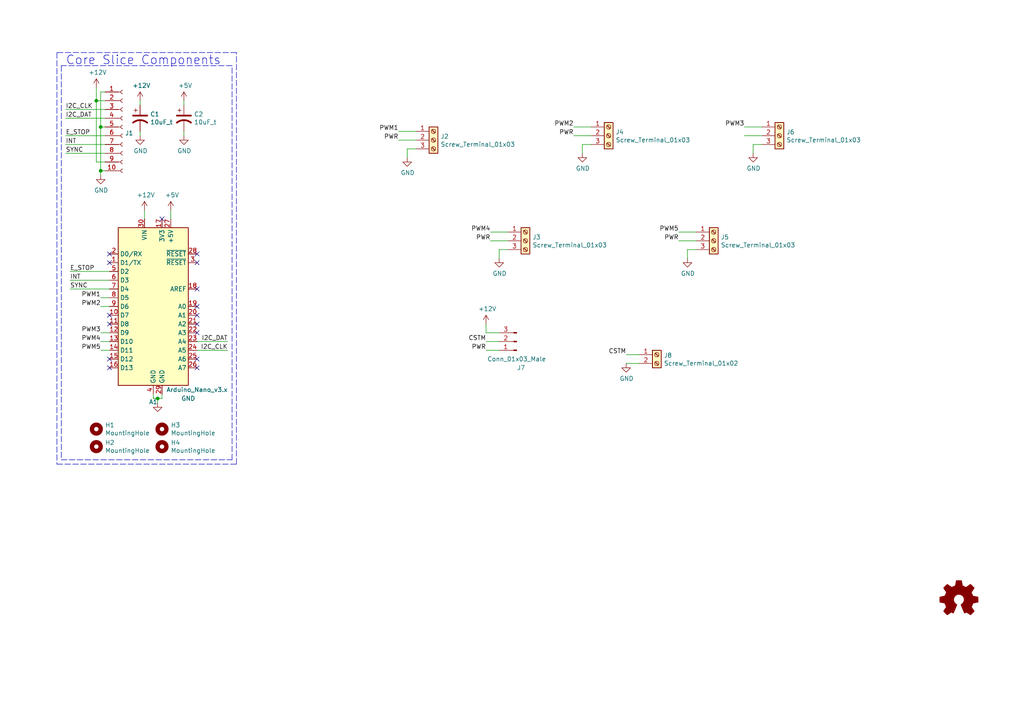
<source format=kicad_sch>
(kicad_sch (version 20231120) (generator "eeschema") (generator_version "8.0")
  (paper "A4")
  (lib_symbols
    (symbol "BREAD_Slice-rescue:+12V-power" (power) (pin_names (offset 0))
      (property "Value" "power_+12V" (at 0 3.556 0))
      (symbol "+12V-power_0_1"
        (polyline (pts (xy -0.762 1.27) (xy 0 2.54)))
        (polyline (pts (xy 0 0) (xy 0 2.54)))
        (polyline (pts (xy 0 2.54) (xy 0.762 1.27)))
      )
      (symbol "+12V-power_1_1"
        (pin power_in line (at 0 0 90) (length 0) hide (name "+12V") (number "1"))
      )
    )
    (symbol "BREAD_Slice-rescue:+5V-power" (power) (pin_names (offset 0))
      (property "Value" "power_+5V" (at 0 3.556 0))
      (symbol "+5V-power_0_1"
        (polyline (pts (xy -0.762 1.27) (xy 0 2.54)))
        (polyline (pts (xy 0 0) (xy 0 2.54)))
        (polyline (pts (xy 0 2.54) (xy 0.762 1.27)))
      )
      (symbol "+5V-power_1_1"
        (pin power_in line (at 0 0 90) (length 0) hide (name "+5V") (number "1"))
      )
    )
    (symbol "BREAD_Slice-rescue:10uF_t-OCI_UPL_2_Capacitors" (pin_numbers hide) (pin_names (offset 0.254) hide)
      (property "Reference" "C" (at 0.635 2.54 0))
      (property "Value" "OCI_UPL_2_Capacitors_10uF_t" (at 0.635 -2.54 0))
      (symbol "10uF_t-OCI_UPL_2_Capacitors_0_1"
        (polyline (pts (xy -2.032 0.762) (xy 2.032 0.762)) (stroke (width 0.508)))
        (polyline (pts (xy -1.778 2.286) (xy -0.762 2.286)))
        (polyline (pts (xy -1.27 1.778) (xy -1.27 2.794)))
        (arc (start 2.032 -1.27) (mid 0 -0.5572) (end -2.032 -1.27) (stroke (width 0.508)))
      )
      (symbol "10uF_t-OCI_UPL_2_Capacitors_1_1"
        (pin passive line (at 0 3.81 270) (length 2.794) (name "~") (number "1"))
        (pin passive line (at 0 -3.81 90) (length 3.302) (name "~") (number "2"))
      )
    )
    (symbol "BREAD_Slice-rescue:Conn_01x03_Male-Connector" (pin_names (offset 1.016) hide)
      (property "Reference" "J" (at 0 5.08 0))
      (property "Value" "Connector_Conn_01x03_Male" (at 0 -5.08 0))
      (symbol "Conn_01x03_Male-Connector_1_1"
        (polyline (pts (xy 1.27 -2.54) (xy 0.8636 -2.54)) (stroke (width 0.1524)))
        (polyline (pts (xy 1.27 0) (xy 0.8636 0)) (stroke (width 0.1524)))
        (polyline (pts (xy 1.27 2.54) (xy 0.8636 2.54)) (stroke (width 0.1524)))
        (rectangle (start 0.8636 -2.413) (end 0 -2.667) (stroke (width 0.1524)) (fill (type outline)))
        (rectangle (start 0.8636 0.127) (end 0 -0.127) (stroke (width 0.1524)) (fill (type outline)))
        (rectangle (start 0.8636 2.667) (end 0 2.413) (stroke (width 0.1524)) (fill (type outline)))
        (pin passive line (at 5.08 2.54 180) (length 3.81) (name "Pin_1") (number "1"))
        (pin passive line (at 5.08 0 180) (length 3.81) (name "Pin_2") (number "2"))
        (pin passive line (at 5.08 -2.54 180) (length 3.81) (name "Pin_3") (number "3"))
      )
    )
    (symbol "BREAD_Slice-rescue:Conn_01x10_Female-Connector" (pin_names (offset 1.016) hide)
      (property "Reference" "J" (at 0 12.7 0))
      (property "Value" "Connector_Conn_01x10_Female" (at 0 -15.24 0))
      (symbol "Conn_01x10_Female-Connector_1_1"
        (arc (start 0 -12.192) (mid -0.508 -12.7) (end 0 -13.208) (stroke (width 0.1524)))
        (arc (start 0 -9.652) (mid -0.508 -10.16) (end 0 -10.668) (stroke (width 0.1524)))
        (arc (start 0 -7.112) (mid -0.508 -7.62) (end 0 -8.128) (stroke (width 0.1524)))
        (arc (start 0 -4.572) (mid -0.508 -5.08) (end 0 -5.588) (stroke (width 0.1524)))
        (arc (start 0 -2.032) (mid -0.508 -2.54) (end 0 -3.048) (stroke (width 0.1524)))
        (polyline (pts (xy -1.27 -12.7) (xy -0.508 -12.7)) (stroke (width 0.1524)))
        (polyline (pts (xy -1.27 -10.16) (xy -0.508 -10.16)) (stroke (width 0.1524)))
        (polyline (pts (xy -1.27 -7.62) (xy -0.508 -7.62)) (stroke (width 0.1524)))
        (polyline (pts (xy -1.27 -5.08) (xy -0.508 -5.08)) (stroke (width 0.1524)))
        (polyline (pts (xy -1.27 -2.54) (xy -0.508 -2.54)) (stroke (width 0.1524)))
        (polyline (pts (xy -1.27 0) (xy -0.508 0)) (stroke (width 0.1524)))
        (polyline (pts (xy -1.27 2.54) (xy -0.508 2.54)) (stroke (width 0.1524)))
        (polyline (pts (xy -1.27 5.08) (xy -0.508 5.08)) (stroke (width 0.1524)))
        (polyline (pts (xy -1.27 7.62) (xy -0.508 7.62)) (stroke (width 0.1524)))
        (polyline (pts (xy -1.27 10.16) (xy -0.508 10.16)) (stroke (width 0.1524)))
        (arc (start 0 0.508) (mid -0.508 0) (end 0 -0.508) (stroke (width 0.1524)))
        (arc (start 0 3.048) (mid -0.508 2.54) (end 0 2.032) (stroke (width 0.1524)))
        (arc (start 0 5.588) (mid -0.508 5.08) (end 0 4.572) (stroke (width 0.1524)))
        (arc (start 0 8.128) (mid -0.508 7.62) (end 0 7.112) (stroke (width 0.1524)))
        (arc (start 0 10.668) (mid -0.508 10.16) (end 0 9.652) (stroke (width 0.1524)))
        (pin passive line (at -5.08 10.16 0) (length 3.81) (name "Pin_1") (number "1"))
        (pin passive line (at -5.08 -12.7 0) (length 3.81) (name "Pin_10") (number "10"))
        (pin passive line (at -5.08 7.62 0) (length 3.81) (name "Pin_2") (number "2"))
        (pin passive line (at -5.08 5.08 0) (length 3.81) (name "Pin_3") (number "3"))
        (pin passive line (at -5.08 2.54 0) (length 3.81) (name "Pin_4") (number "4"))
        (pin passive line (at -5.08 0 0) (length 3.81) (name "Pin_5") (number "5"))
        (pin passive line (at -5.08 -2.54 0) (length 3.81) (name "Pin_6") (number "6"))
        (pin passive line (at -5.08 -5.08 0) (length 3.81) (name "Pin_7") (number "7"))
        (pin passive line (at -5.08 -7.62 0) (length 3.81) (name "Pin_8") (number "8"))
        (pin passive line (at -5.08 -10.16 0) (length 3.81) (name "Pin_9") (number "9"))
      )
    )
    (symbol "BREAD_Slice-rescue:GND-power" (power) (pin_names (offset 0))
      (property "Value" "power_GND" (at 0 -3.81 0))
      (symbol "GND-power_0_1"
        (polyline (pts (xy 0 0) (xy 0 -1.27) (xy 1.27 -1.27) (xy 0 -2.54) (xy -1.27 -1.27) (xy 0 -1.27)))
      )
      (symbol "GND-power_1_1"
        (pin power_in line (at 0 0 270) (length 0) hide (name "GND") (number "1"))
      )
    )
    (symbol "Connector:Screw_Terminal_01x02" (pin_names (offset 1.016) hide)
      (property "Reference" "J" (at 0 2.54 0))
      (property "Value" "Screw_Terminal_01x02" (at 0 -5.08 0))
      (symbol "Screw_Terminal_01x02_1_1"
        (rectangle (start -1.27 1.27) (end 1.27 -3.81) (stroke (width 0.254)) (fill (type background)))
        (circle (center 0 -2.54) (radius 0.635) (stroke (width 0.1524)))
        (polyline (pts (xy -0.5334 -2.2098) (xy 0.3302 -3.048)) (stroke (width 0.1524)))
        (polyline (pts (xy -0.5334 0.3302) (xy 0.3302 -0.508)) (stroke (width 0.1524)))
        (polyline (pts (xy -0.3556 -2.032) (xy 0.508 -2.8702)) (stroke (width 0.1524)))
        (polyline (pts (xy -0.3556 0.508) (xy 0.508 -0.3302)) (stroke (width 0.1524)))
        (circle (center 0 0) (radius 0.635) (stroke (width 0.1524)))
        (pin passive line (at -5.08 0 0) (length 3.81) (name "Pin_1") (number "1"))
        (pin passive line (at -5.08 -2.54 0) (length 3.81) (name "Pin_2") (number "2"))
      )
    )
    (symbol "Connector:Screw_Terminal_01x03" (pin_names (offset 1.016) hide)
      (property "Reference" "J" (at 0 5.08 0))
      (property "Value" "Screw_Terminal_01x03" (at 0 -5.08 0))
      (symbol "Screw_Terminal_01x03_1_1"
        (rectangle (start -1.27 3.81) (end 1.27 -3.81) (stroke (width 0.254)) (fill (type background)))
        (circle (center 0 -2.54) (radius 0.635) (stroke (width 0.1524)))
        (polyline (pts (xy -0.5334 -2.2098) (xy 0.3302 -3.048)) (stroke (width 0.1524)))
        (polyline (pts (xy -0.5334 0.3302) (xy 0.3302 -0.508)) (stroke (width 0.1524)))
        (polyline (pts (xy -0.5334 2.8702) (xy 0.3302 2.032)) (stroke (width 0.1524)))
        (polyline (pts (xy -0.3556 -2.032) (xy 0.508 -2.8702)) (stroke (width 0.1524)))
        (polyline (pts (xy -0.3556 0.508) (xy 0.508 -0.3302)) (stroke (width 0.1524)))
        (polyline (pts (xy -0.3556 3.048) (xy 0.508 2.2098)) (stroke (width 0.1524)))
        (circle (center 0 0) (radius 0.635) (stroke (width 0.1524)))
        (circle (center 0 2.54) (radius 0.635) (stroke (width 0.1524)))
        (pin passive line (at -5.08 2.54 0) (length 3.81) (name "Pin_1") (number "1"))
        (pin passive line (at -5.08 0 0) (length 3.81) (name "Pin_2") (number "2"))
        (pin passive line (at -5.08 -2.54 0) (length 3.81) (name "Pin_3") (number "3"))
      )
    )
    (symbol "Graphic:Logo_Open_Hardware_Small" (in_bom no) (on_board no)
      (symbol "Logo_Open_Hardware_Small_0_1"
        (polyline (pts (xy 3.3528 -4.3434) (xy 3.302 -4.318) (xy 3.175 -4.2418) (xy 2.9972 -4.1148) (xy 2.7686 -3.9624) (xy 2.54 -3.81) (xy 2.3622 -3.7084) (xy 2.2352 -3.6068) (xy 2.1844 -3.5814) (xy 2.159 -3.6068) (xy 2.0574 -3.6576) (xy 1.905 -3.7338) (xy 1.8034 -3.7846) (xy 1.6764 -3.8354) (xy 1.6002 -3.8354) (xy 1.6002 -3.8354) (xy 1.5494 -3.7338) (xy 1.4732 -3.5306) (xy 1.3462 -3.302) (xy 1.2446 -3.0226) (xy 1.1176 -2.7178) (xy 0.9652 -2.413) (xy 0.8636 -2.1082) (xy 0.7366 -1.8288) (xy 0.6604 -1.6256) (xy 0.6096 -1.4732) (xy 0.5842 -1.397) (xy 0.5842 -1.397) (xy 0.6604 -1.3208) (xy 0.7874 -1.2446) (xy 1.0414 -1.016) (xy 1.2954 -0.6858) (xy 1.4478 -0.3302) (xy 1.524 0.0762) (xy 1.4732 0.4572) (xy 1.3208 0.8128) (xy 1.0668 1.143) (xy 0.762 1.3716) (xy 0.4064 1.524) (xy 0 1.5748) (xy -0.381 1.5494) (xy -0.7366 1.397) (xy -1.0668 1.143) (xy -1.2192 0.9906) (xy -1.397 0.6604) (xy -1.524 0.3048) (xy -1.524 0.2286) (xy -1.4986 -0.1778) (xy -1.397 -0.5334) (xy -1.1938 -0.8636) (xy -0.9144 -1.143) (xy -0.8636 -1.1684) (xy -0.7366 -1.27) (xy -0.635 -1.3462) (xy -0.5842 -1.397) (xy -1.0668 -2.5908) (xy -1.143 -2.794) (xy -1.2954 -3.1242) (xy -1.397 -3.4036) (xy -1.4986 -3.6322) (xy -1.5748 -3.7846) (xy -1.6002 -3.8354) (xy -1.6002 -3.8354) (xy -1.651 -3.8354) (xy -1.7272 -3.81) (xy -1.905 -3.7338) (xy -2.0066 -3.683) (xy -2.1336 -3.6068) (xy -2.2098 -3.5814) (xy -2.2606 -3.6068) (xy -2.3622 -3.683) (xy -2.54 -3.81) (xy -2.7686 -3.9624) (xy -2.9718 -4.0894) (xy -3.1496 -4.2164) (xy -3.302 -4.318) (xy -3.3528 -4.3434) (xy -3.3782 -4.3434) (xy -3.429 -4.318) (xy -3.5306 -4.2164) (xy -3.7084 -4.064) (xy -3.937 -3.8354) (xy -3.9624 -3.81) (xy -4.1656 -3.6068) (xy -4.318 -3.4544) (xy -4.4196 -3.3274) (xy -4.445 -3.2766) (xy -4.445 -3.2766) (xy -4.4196 -3.2258) (xy -4.318 -3.0734) (xy -4.2164 -2.8956) (xy -4.064 -2.667) (xy -3.6576 -2.0828) (xy -3.8862 -1.5494) (xy -3.937 -1.3716) (xy -4.0386 -1.1684) (xy -4.0894 -1.0414) (xy -4.1148 -0.9652) (xy -4.191 -0.9398) (xy -4.318 -0.9144) (xy -4.5466 -0.8636) (xy -4.8006 -0.8128) (xy -5.0546 -0.7874) (xy -5.2578 -0.7366) (xy -5.4356 -0.7112) (xy -5.5118 -0.6858) (xy -5.5118 -0.6858) (xy -5.5372 -0.635) (xy -5.5372 -0.5588) (xy -5.5372 -0.4318) (xy -5.5626 -0.2286) (xy -5.5626 0.0762) (xy -5.5626 0.127) (xy -5.5372 0.4064) (xy -5.5372 0.635) (xy -5.5372 0.762) (xy -5.5372 0.8382) (xy -5.5372 0.8382) (xy -5.461 0.8382) (xy -5.3086 0.889) (xy -5.08 0.9144) (xy -4.826 0.9652) (xy -4.8006 0.9906) (xy -4.5466 1.0414) (xy -4.318 1.0668) (xy -4.1656 1.1176) (xy -4.0894 1.143) (xy -4.0894 1.143) (xy -4.0386 1.2446) (xy -3.9624 1.4224) (xy -3.8608 1.6256) (xy -3.7846 1.8288) (xy -3.7084 2.0066) (xy -3.6576 2.159) (xy -3.6322 2.2098) (xy -3.6322 2.2098) (xy -3.683 2.286) (xy -3.7592 2.413) (xy -3.8862 2.5908) (xy -4.064 2.8194) (xy -4.064 2.8448) (xy -4.2164 3.0734) (xy -4.3434 3.2512) (xy -4.4196 3.3782) (xy -4.445 3.4544) (xy -4.445 3.4544) (xy -4.3942 3.5052) (xy -4.2926 3.6322) (xy -4.1148 3.81) (xy -3.937 4.0132) (xy -3.8608 4.064) (xy -3.6576 4.2926) (xy -3.5052 4.4196) (xy -3.4036 4.4958) (xy -3.3528 4.5212) (xy -3.3528 4.5212) (xy -3.302 4.4704) (xy -3.1496 4.3688) (xy -2.9718 4.2418) (xy -2.7432 4.0894) (xy -2.7178 4.0894) (xy -2.4892 3.937) (xy -2.3114 3.81) (xy -2.1844 3.7084) (xy -2.1336 3.683) (xy -2.1082 3.683) (xy -2.032 3.7084) (xy -1.8542 3.7592) (xy -1.6764 3.8354) (xy -1.4732 3.937) (xy -1.27 4.0132) (xy -1.143 4.064) (xy -1.0668 4.1148) (xy -1.0668 4.1148) (xy -1.0414 4.191) (xy -1.016 4.3434) (xy -0.9652 4.572) (xy -0.9144 4.8514) (xy -0.889 4.9022) (xy -0.8382 5.1562) (xy -0.8128 5.3848) (xy -0.7874 5.5372) (xy -0.762 5.588) (xy -0.7112 5.6134) (xy -0.5842 5.6134) (xy -0.4064 5.6134) (xy -0.1524 5.6134) (xy 0.0762 5.6134) (xy 0.3302 5.6134) (xy 0.5334 5.6134) (xy 0.6858 5.588) (xy 0.7366 5.588) (xy 0.7366 5.588) (xy 0.762 5.5118) (xy 0.8128 5.334) (xy 0.8382 5.1054) (xy 0.9144 4.826) (xy 0.9144 4.7752) (xy 0.9652 4.5212) (xy 1.016 4.2926) (xy 1.0414 4.1402) (xy 1.0668 4.0894) (xy 1.0668 4.0894) (xy 1.1938 4.0386) (xy 1.3716 3.9624) (xy 1.5748 3.8608) (xy 2.0828 3.6576) (xy 2.7178 4.0894) (xy 2.7686 4.1402) (xy 2.9972 4.2926) (xy 3.175 4.4196) (xy 3.302 4.4958) (xy 3.3782 4.5212) (xy 3.3782 4.5212) (xy 3.429 4.4704) (xy 3.556 4.3434) (xy 3.7338 4.191) (xy 3.9116 3.9878) (xy 4.064 3.8354) (xy 4.2418 3.6576) (xy 4.3434 3.556) (xy 4.4196 3.4798) (xy 4.4196 3.429) (xy 4.4196 3.4036) (xy 4.3942 3.3274) (xy 4.2926 3.2004) (xy 4.1656 2.9972) (xy 4.0132 2.794) (xy 3.8862 2.5908) (xy 3.7592 2.3876) (xy 3.6576 2.2352) (xy 3.6322 2.159) (xy 3.6322 2.1336) (xy 3.683 2.0066) (xy 3.7592 1.8288) (xy 3.8608 1.6002) (xy 4.064 1.1176) (xy 4.3942 1.0414) (xy 4.5974 1.016) (xy 4.8768 0.9652) (xy 5.1308 0.9144) (xy 5.5372 0.8382) (xy 5.5626 -0.6604) (xy 5.4864 -0.6858) (xy 5.4356 -0.6858) (xy 5.2832 -0.7366) (xy 5.0546 -0.762) (xy 4.8006 -0.8128) (xy 4.5974 -0.8636) (xy 4.3688 -0.9144) (xy 4.2164 -0.9398) (xy 4.1402 -0.9398) (xy 4.1148 -0.9652) (xy 4.064 -1.0668) (xy 3.9878 -1.2446) (xy 3.9116 -1.4478) (xy 3.81 -1.651) (xy 3.7338 -1.8542) (xy 3.683 -2.0066) (xy 3.6576 -2.0828) (xy 3.683 -2.1336) (xy 3.7846 -2.2606) (xy 3.8862 -2.4638) (xy 4.0386 -2.667) (xy 4.191 -2.8956) (xy 4.318 -3.0734) (xy 4.3942 -3.2004) (xy 4.445 -3.2766) (xy 4.4196 -3.3274) (xy 4.3434 -3.429) (xy 4.1656 -3.5814) (xy 3.937 -3.8354) (xy 3.8862 -3.8608) (xy 3.683 -4.064) (xy 3.5306 -4.2164) (xy 3.4036 -4.318) (xy 3.3528 -4.3434)) (fill (type outline)))
      )
    )
    (symbol "MCU_Module:Arduino_Nano_v3.x"
      (property "Reference" "A" (at -10.16 23.495 0))
      (property "Value" "Arduino_Nano_v3.x" (at 5.08 -24.13 0))
      (symbol "Arduino_Nano_v3.x_0_1"
        (rectangle (start -10.16 22.86) (end 10.16 -22.86) (stroke (width 0.254)) (fill (type background)))
      )
      (symbol "Arduino_Nano_v3.x_1_1"
        (pin bidirectional line (at -12.7 12.7 0) (length 2.54) (name "D1/TX") (number "1"))
        (pin bidirectional line (at -12.7 -2.54 0) (length 2.54) (name "D7") (number "10"))
        (pin bidirectional line (at -12.7 -5.08 0) (length 2.54) (name "D8") (number "11"))
        (pin bidirectional line (at -12.7 -7.62 0) (length 2.54) (name "D9") (number "12"))
        (pin bidirectional line (at -12.7 -10.16 0) (length 2.54) (name "D10") (number "13"))
        (pin bidirectional line (at -12.7 -12.7 0) (length 2.54) (name "D11") (number "14"))
        (pin bidirectional line (at -12.7 -15.24 0) (length 2.54) (name "D12") (number "15"))
        (pin bidirectional line (at -12.7 -17.78 0) (length 2.54) (name "D13") (number "16"))
        (pin power_out line (at 2.54 25.4 270) (length 2.54) (name "3V3") (number "17"))
        (pin input line (at 12.7 5.08 180) (length 2.54) (name "AREF") (number "18"))
        (pin bidirectional line (at 12.7 0 180) (length 2.54) (name "A0") (number "19"))
        (pin bidirectional line (at -12.7 15.24 0) (length 2.54) (name "D0/RX") (number "2"))
        (pin bidirectional line (at 12.7 -2.54 180) (length 2.54) (name "A1") (number "20"))
        (pin bidirectional line (at 12.7 -5.08 180) (length 2.54) (name "A2") (number "21"))
        (pin bidirectional line (at 12.7 -7.62 180) (length 2.54) (name "A3") (number "22"))
        (pin bidirectional line (at 12.7 -10.16 180) (length 2.54) (name "A4") (number "23"))
        (pin bidirectional line (at 12.7 -12.7 180) (length 2.54) (name "A5") (number "24"))
        (pin bidirectional line (at 12.7 -15.24 180) (length 2.54) (name "A6") (number "25"))
        (pin bidirectional line (at 12.7 -17.78 180) (length 2.54) (name "A7") (number "26"))
        (pin power_out line (at 5.08 25.4 270) (length 2.54) (name "+5V") (number "27"))
        (pin input line (at 12.7 15.24 180) (length 2.54) (name "~{RESET}") (number "28"))
        (pin power_in line (at 2.54 -25.4 90) (length 2.54) (name "GND") (number "29"))
        (pin input line (at 12.7 12.7 180) (length 2.54) (name "~{RESET}") (number "3"))
        (pin power_in line (at -2.54 25.4 270) (length 2.54) (name "VIN") (number "30"))
        (pin power_in line (at 0 -25.4 90) (length 2.54) (name "GND") (number "4"))
        (pin bidirectional line (at -12.7 10.16 0) (length 2.54) (name "D2") (number "5"))
        (pin bidirectional line (at -12.7 7.62 0) (length 2.54) (name "D3") (number "6"))
        (pin bidirectional line (at -12.7 5.08 0) (length 2.54) (name "D4") (number "7"))
        (pin bidirectional line (at -12.7 2.54 0) (length 2.54) (name "D5") (number "8"))
        (pin bidirectional line (at -12.7 0 0) (length 2.54) (name "D6") (number "9"))
      )
    )
    (symbol "Mechanical:MountingHole" (pin_names (offset 1.016)) (exclude_from_sim yes) (in_bom no)
      (property "Reference" "H" (at 0 5.08 0))
      (property "Value" "MountingHole" (at 0 3.175 0))
      (symbol "MountingHole_0_1"
        (circle (center 0 0) (radius 1.27) (stroke (width 1.27)))
      )
    )
  )
  (junction (at 27.94 29.21))
  (junction (at 45.72 115.57))
  (junction (at 29.21 36.83))
  (junction (at 29.21 49.53))
  (no_connect (at 46.99 63.5))
  (no_connect (at 57.15 91.44))
  (no_connect (at 31.75 104.14))
  (no_connect (at 57.15 76.2))
  (no_connect (at 57.15 96.52))
  (no_connect (at 31.75 106.68))
  (no_connect (at 31.75 93.98))
  (no_connect (at 57.15 106.68))
  (no_connect (at 31.75 91.44))
  (no_connect (at 57.15 83.82))
  (no_connect (at 57.15 88.9))
  (no_connect (at 31.75 73.66))
  (no_connect (at 57.15 93.98))
  (no_connect (at 57.15 73.66))
  (no_connect (at 57.15 104.14))
  (no_connect (at 31.75 76.2))
  (wire (pts (xy 144.78 101.6) (xy 140.97 101.6)))
  (wire (pts (xy 220.98 41.91) (xy 218.44 41.91)))
  (wire (pts (xy 118.11 43.18) (xy 118.11 45.72)))
  (wire (pts (xy 171.45 39.37) (xy 166.37 39.37)))
  (wire (pts (xy 27.94 25.4) (xy 27.94 29.21)))
  (wire (pts (xy 40.64 30.48) (xy 40.64 29.21)))
  (polyline (pts (xy 67.31 19.05) (xy 17.78 19.05)) (stroke (width 0) (type dash)))
  (wire (pts (xy 171.45 41.91) (xy 168.91 41.91)))
  (wire (pts (xy 30.48 39.37) (xy 19.05 39.37)))
  (wire (pts (xy 29.21 101.6) (xy 31.75 101.6)))
  (wire (pts (xy 27.94 29.21) (xy 30.48 29.21)))
  (wire (pts (xy 66.04 99.06) (xy 57.15 99.06)))
  (wire (pts (xy 30.48 46.99) (xy 27.94 46.99)))
  (wire (pts (xy 168.91 41.91) (xy 168.91 44.45)))
  (wire (pts (xy 40.64 39.37) (xy 40.64 38.1)))
  (wire (pts (xy 220.98 39.37) (xy 215.9 39.37)))
  (wire (pts (xy 31.75 78.74) (xy 20.32 78.74)))
  (polyline (pts (xy 68.58 15.24) (xy 16.51 15.24)) (stroke (width 0) (type dash)))
  (wire (pts (xy 45.72 115.57) (xy 46.99 115.57)))
  (wire (pts (xy 120.65 38.1) (xy 115.57 38.1)))
  (wire (pts (xy 201.93 69.85) (xy 196.85 69.85)))
  (wire (pts (xy 20.32 81.28) (xy 31.75 81.28)))
  (wire (pts (xy 171.45 36.83) (xy 166.37 36.83)))
  (wire (pts (xy 218.44 41.91) (xy 218.44 44.45)))
  (wire (pts (xy 147.32 72.39) (xy 144.78 72.39)))
  (wire (pts (xy 30.48 36.83) (xy 29.21 36.83)))
  (wire (pts (xy 140.97 96.52) (xy 140.97 93.98)))
  (wire (pts (xy 49.53 60.96) (xy 49.53 63.5)))
  (polyline (pts (xy 68.58 134.62) (xy 68.58 15.24)) (stroke (width 0) (type dash)))
  (wire (pts (xy 201.93 72.39) (xy 199.39 72.39)))
  (wire (pts (xy 30.48 49.53) (xy 29.21 49.53)))
  (wire (pts (xy 147.32 69.85) (xy 142.24 69.85)))
  (wire (pts (xy 29.21 86.36) (xy 31.75 86.36)))
  (wire (pts (xy 46.99 115.57) (xy 46.99 114.3)))
  (wire (pts (xy 120.65 40.64) (xy 115.57 40.64)))
  (polyline (pts (xy 16.51 134.62) (xy 68.58 134.62)) (stroke (width 0) (type dash)))
  (polyline (pts (xy 16.51 15.24) (xy 16.51 134.62)) (stroke (width 0) (type dash)))
  (wire (pts (xy 41.91 60.96) (xy 41.91 63.5)))
  (wire (pts (xy 147.32 67.31) (xy 142.24 67.31)))
  (wire (pts (xy 29.21 49.53) (xy 29.21 36.83)))
  (wire (pts (xy 220.98 36.83) (xy 215.9 36.83)))
  (wire (pts (xy 53.34 39.37) (xy 53.34 38.1)))
  (wire (pts (xy 44.45 115.57) (xy 45.72 115.57)))
  (polyline (pts (xy 17.78 19.05) (xy 17.78 133.35)) (stroke (width 0) (type dash)))
  (wire (pts (xy 201.93 67.31) (xy 196.85 67.31)))
  (wire (pts (xy 19.05 41.91) (xy 30.48 41.91)))
  (polyline (pts (xy 67.31 133.35) (xy 67.31 19.05)) (stroke (width 0) (type dash)))
  (wire (pts (xy 45.72 115.57) (xy 45.72 116.84)))
  (wire (pts (xy 29.21 50.8) (xy 29.21 49.53)))
  (wire (pts (xy 53.34 30.48) (xy 53.34 29.21)))
  (wire (pts (xy 19.05 44.45) (xy 30.48 44.45)))
  (wire (pts (xy 120.65 43.18) (xy 118.11 43.18)))
  (wire (pts (xy 29.21 96.52) (xy 31.75 96.52)))
  (wire (pts (xy 144.78 72.39) (xy 144.78 74.93)))
  (wire (pts (xy 199.39 72.39) (xy 199.39 74.93)))
  (wire (pts (xy 29.21 36.83) (xy 29.21 26.67)))
  (wire (pts (xy 144.78 96.52) (xy 140.97 96.52)))
  (wire (pts (xy 29.21 99.06) (xy 31.75 99.06)))
  (wire (pts (xy 20.32 83.82) (xy 31.75 83.82)))
  (wire (pts (xy 185.42 102.87) (xy 181.61 102.87)))
  (wire (pts (xy 27.94 46.99) (xy 27.94 29.21)))
  (wire (pts (xy 19.05 34.29) (xy 30.48 34.29)))
  (wire (pts (xy 44.45 114.3) (xy 44.45 115.57)))
  (wire (pts (xy 185.42 105.41) (xy 181.61 105.41)))
  (polyline (pts (xy 17.78 133.35) (xy 67.31 133.35)) (stroke (width 0) (type dash)))
  (wire (pts (xy 30.48 31.75) (xy 19.05 31.75)))
  (wire (pts (xy 29.21 26.67) (xy 30.48 26.67)))
  (wire (pts (xy 57.15 101.6) (xy 66.04 101.6)))
  (wire (pts (xy 144.78 99.06) (xy 140.97 99.06)))
  (wire (pts (xy 29.21 88.9) (xy 31.75 88.9)))
  (text "Core Slice Components" (at 19.05 19.05 0) (effects (font (size 2.54 2.54)) (justify left bottom)))
  (label "E_STOP" (at 19.05 39.37 0))
  (label "PWM1" (at 115.57 38.1 180))
  (label "CSTM" (at 140.97 99.06 180))
  (label "CSTM" (at 181.61 102.87 180))
  (label "PWM4" (at 29.21 99.06 180))
  (label "SYNC" (at 19.05 44.45 0))
  (label "I2C_CLK" (at 19.05 31.75 0))
  (label "PWR" (at 142.24 69.85 180))
  (label "PWM3" (at 29.21 96.52 180))
  (label "PWM2" (at 29.21 88.9 180))
  (label "PWR" (at 166.37 39.37 180))
  (label "PWM3" (at 215.9 36.83 180))
  (label "PWR" (at 140.97 101.6 180))
  (label "PWR" (at 196.85 69.85 180))
  (label "PWM5" (at 29.21 101.6 180))
  (label "SYNC" (at 20.32 83.82 0))
  (label "I2C_DAT" (at 66.04 99.06 180))
  (label "I2C_CLK" (at 66.04 101.6 180))
  (label "PWM5" (at 196.85 67.31 180))
  (label "PWM1" (at 29.21 86.36 180))
  (label "INT" (at 19.05 41.91 0))
  (label "E_STOP" (at 20.32 78.74 0))
  (label "PWM2" (at 166.37 36.83 180))
  (label "PWM4" (at 142.24 67.31 180))
  (label "I2C_DAT" (at 19.05 34.29 0))
  (label "INT" (at 20.32 81.28 0))
  (label "PWR" (at 115.57 40.64 180))
  (symbol (lib_id "BREAD_Slice-rescue:GND-power") (at 45.72 116.84 0) (unit 1)
    (property "Reference" "#PWR06" (effects (hide yes)))
    (property "Value" "GND" (at 54.61 115.57 0))
  )
  (symbol (lib_id "BREAD_Slice-rescue:+5V-power") (at 49.53 60.96 0) (unit 1)
    (property "Reference" "#PWR07" (effects (hide yes)))
    (property "Value" "+5V" (at 49.911 56.5658 0))
  )
  (symbol (lib_id "BREAD_Slice-rescue:+12V-power") (at 41.91 60.96 0) (unit 1)
    (property "Reference" "#PWR05" (effects (hide yes)))
    (property "Value" "+12V" (at 42.291 56.5658 0))
  )
  (symbol (lib_id "BREAD_Slice-rescue:10uF_t-OCI_UPL_2_Capacitors") (at 40.64 34.29 0) (unit 1)
    (property "Reference" "C1" (at 43.561 33.1216 0) (effects (justify left)))
    (property "Value" "10uF_t" (at 43.561 35.433 0) (effects (justify left)))
    (property "Footprint" "OCI_UPL_FOOTPRINTS:C_2312" (effects (hide yes)))
    (property "Datasheet" "https://www.digikey.com/short/qcd8n7" (effects (hide yes)))
    (property "Part #" "T491C106K025AT" (effects (hide yes)))
    (property "UPL #" "2.021" (effects (hide yes)))
  )
  (symbol (lib_id "BREAD_Slice-rescue:GND-power") (at 40.64 39.37 0) (unit 1)
    (property "Reference" "#PWR04" (effects (hide yes)))
    (property "Value" "GND" (at 40.767 43.7642 0))
  )
  (symbol (lib_id "Mechanical:MountingHole") (at 27.94 124.46 0) (unit 1)
    (property "Reference" "H1" (at 30.48 123.2916 0) (effects (justify left)))
    (property "Value" "MountingHole" (at 30.48 125.603 0) (effects (justify left)))
    (property "Footprint" "MountingHole:MountingHole_3.2mm_M3_DIN965_Pad" (effects (hide yes)))
  )
  (symbol (lib_id "Mechanical:MountingHole") (at 46.99 124.46 0) (unit 1)
    (property "Reference" "H3" (at 49.53 123.2916 0) (effects (justify left)))
    (property "Value" "MountingHole" (at 49.53 125.603 0) (effects (justify left)))
    (property "Footprint" "MountingHole:MountingHole_3.2mm_M3_DIN965_Pad" (effects (hide yes)))
  )
  (symbol (lib_id "Mechanical:MountingHole") (at 27.94 129.54 0) (unit 1)
    (property "Reference" "H2" (at 30.48 128.3716 0) (effects (justify left)))
    (property "Value" "MountingHole" (at 30.48 130.683 0) (effects (justify left)))
    (property "Footprint" "MountingHole:MountingHole_3.2mm_M3_DIN965_Pad" (effects (hide yes)))
  )
  (symbol (lib_id "Mechanical:MountingHole") (at 46.99 129.54 0) (unit 1)
    (property "Reference" "H4" (at 49.53 128.3716 0) (effects (justify left)))
    (property "Value" "MountingHole" (at 49.53 130.683 0) (effects (justify left)))
    (property "Footprint" "MountingHole:MountingHole_3.2mm_M3_DIN965_Pad" (effects (hide yes)))
  )
  (symbol (lib_id "MCU_Module:Arduino_Nano_v3.x") (at 44.45 88.9 0) (unit 1)
    (property "Reference" "A1" (at 44.45 116.5606 0))
    (property "Value" "Arduino_Nano_v3.x" (at 57.15 113.03 0))
    (property "Footprint" "Module:Arduino_Nano" (effects (hide yes)))
    (property "Datasheet" "http://www.mouser.com/pdfdocs/Gravitech_Arduino_Nano3_0.pdf" (effects (hide yes)))
  )
  (symbol (lib_id "Graphic:Logo_Open_Hardware_Small") (at 278.13 173.99 0) (unit 1)
    (property "Reference" "Logo1" (effects (hide yes)))
    (property "Value" "Logo_Open_Hardware_Small" (effects (hide yes)))
    (property "Footprint" "Symbol:OSHW-Symbol_6.7x6mm_SilkScreen" (effects (hide yes)))
  )
  (symbol (lib_id "BREAD_Slice-rescue:Conn_01x10_Female-Connector") (at 35.56 36.83 0) (unit 1)
    (property "Reference" "J1" (at 36.2712 38.608 0) (effects (justify left)))
    (property "Value" "Conn_01x10_Female" (effects (hide yes)))
    (property "Footprint" "Connector_PinSocket_2.54mm:PinSocket_1x10_P2.54mm_Horizontal" (effects (hide yes)))
  )
  (symbol (lib_id "BREAD_Slice-rescue:+12V-power") (at 27.94 25.4 0) (unit 1)
    (property "Reference" "#PWR01" (effects (hide yes)))
    (property "Value" "+12V" (at 28.321 21.0058 0))
  )
  (symbol (lib_id "BREAD_Slice-rescue:GND-power") (at 29.21 50.8 0) (unit 1)
    (property "Reference" "#PWR02" (effects (hide yes)))
    (property "Value" "GND" (at 29.337 55.1942 0))
  )
  (symbol (lib_id "BREAD_Slice-rescue:+12V-power") (at 40.64 29.21 0) (unit 1)
    (property "Reference" "#PWR03" (effects (hide yes)))
    (property "Value" "+12V" (at 41.021 24.8158 0))
  )
  (symbol (lib_id "BREAD_Slice-rescue:10uF_t-OCI_UPL_2_Capacitors") (at 53.34 34.29 0) (unit 1)
    (property "Reference" "C2" (at 56.261 33.1216 0) (effects (justify left)))
    (property "Value" "10uF_t" (at 56.261 35.433 0) (effects (justify left)))
    (property "Footprint" "OCI_UPL_FOOTPRINTS:C_2312" (effects (hide yes)))
    (property "Datasheet" "https://www.digikey.com/short/qcd8n7" (effects (hide yes)))
    (property "Part #" "T491C106K025AT" (effects (hide yes)))
    (property "UPL #" "2.021" (effects (hide yes)))
  )
  (symbol (lib_id "BREAD_Slice-rescue:GND-power") (at 53.34 39.37 0) (unit 1)
    (property "Reference" "#PWR09" (effects (hide yes)))
    (property "Value" "GND" (at 53.467 43.7642 0))
  )
  (symbol (lib_id "BREAD_Slice-rescue:+5V-power") (at 53.34 29.21 0) (unit 1)
    (property "Reference" "#PWR08" (effects (hide yes)))
    (property "Value" "+5V" (at 53.721 24.8158 0))
  )
  (symbol (lib_id "Connector:Screw_Terminal_01x03") (at 125.73 40.64 0) (unit 1)
    (property "Reference" "J2" (at 127.762 39.5732 0) (effects (justify left)))
    (property "Value" "Screw_Terminal_01x03" (at 127.762 41.8846 0) (effects (justify left)))
    (property "Footprint" "TerminalBlock_TE-Connectivity:TerminalBlock_TE_282834-3_1x03_P2.54mm_Horizontal" (effects (hide yes)))
  )
  (symbol (lib_id "BREAD_Slice-rescue:GND-power") (at 118.11 45.72 0) (unit 1)
    (property "Reference" "#PWR011" (effects (hide yes)))
    (property "Value" "GND" (at 118.237 50.1142 0))
  )
  (symbol (lib_id "Connector:Screw_Terminal_01x03") (at 176.53 39.37 0) (unit 1)
    (property "Reference" "J4" (at 178.562 38.3032 0) (effects (justify left)))
    (property "Value" "Screw_Terminal_01x03" (at 178.562 40.6146 0) (effects (justify left)))
    (property "Footprint" "TerminalBlock_TE-Connectivity:TerminalBlock_TE_282834-3_1x03_P2.54mm_Horizontal" (effects (hide yes)))
  )
  (symbol (lib_id "BREAD_Slice-rescue:GND-power") (at 168.91 44.45 0) (unit 1)
    (property "Reference" "#PWR015" (effects (hide yes)))
    (property "Value" "GND" (at 169.037 48.8442 0))
  )
  (symbol (lib_id "Connector:Screw_Terminal_01x03") (at 226.06 39.37 0) (unit 1)
    (property "Reference" "J6" (at 228.092 38.3032 0) (effects (justify left)))
    (property "Value" "Screw_Terminal_01x03" (at 228.092 40.6146 0) (effects (justify left)))
    (property "Footprint" "TerminalBlock_TE-Connectivity:TerminalBlock_TE_282834-3_1x03_P2.54mm_Horizontal" (effects (hide yes)))
  )
  (symbol (lib_id "BREAD_Slice-rescue:GND-power") (at 218.44 44.45 0) (unit 1)
    (property "Reference" "#PWR019" (effects (hide yes)))
    (property "Value" "GND" (at 218.567 48.8442 0))
  )
  (symbol (lib_id "Connector:Screw_Terminal_01x03") (at 152.4 69.85 0) (unit 1)
    (property "Reference" "J3" (at 154.432 68.7832 0) (effects (justify left)))
    (property "Value" "Screw_Terminal_01x03" (at 154.432 71.0946 0) (effects (justify left)))
    (property "Footprint" "TerminalBlock_TE-Connectivity:TerminalBlock_TE_282834-3_1x03_P2.54mm_Horizontal" (effects (hide yes)))
  )
  (symbol (lib_id "BREAD_Slice-rescue:GND-power") (at 144.78 74.93 0) (unit 1)
    (property "Reference" "#PWR013" (effects (hide yes)))
    (property "Value" "GND" (at 144.907 79.3242 0))
  )
  (symbol (lib_id "Connector:Screw_Terminal_01x03") (at 207.01 69.85 0) (unit 1)
    (property "Reference" "J5" (at 209.042 68.7832 0) (effects (justify left)))
    (property "Value" "Screw_Terminal_01x03" (at 209.042 71.0946 0) (effects (justify left)))
    (property "Footprint" "TerminalBlock_TE-Connectivity:TerminalBlock_TE_282834-3_1x03_P2.54mm_Horizontal" (effects (hide yes)))
  )
  (symbol (lib_id "BREAD_Slice-rescue:GND-power") (at 199.39 74.93 0) (unit 1)
    (property "Reference" "#PWR017" (effects (hide yes)))
    (property "Value" "GND" (at 199.517 79.3242 0))
  )
  (symbol (lib_id "BREAD_Slice-rescue:Conn_01x03_Male-Connector") (at 149.86 99.06 180) (unit 1)
    (property "Reference" "J7" (at 151.13 106.68 0))
    (property "Value" "Conn_01x03_Male" (at 149.86 104.14 0))
    (property "Footprint" "Connector_PinSocket_2.54mm:PinSocket_1x03_P2.54mm_Vertical" (effects (hide yes)))
  )
  (symbol (lib_id "BREAD_Slice-rescue:+12V-power") (at 140.97 93.98 0) (unit 1)
    (property "Reference" "#PWR010" (effects (hide yes)))
    (property "Value" "+12V" (at 141.351 89.5858 0))
  )
  (symbol (lib_id "Connector:Screw_Terminal_01x02") (at 190.5 102.87 0) (unit 1)
    (property "Reference" "J8" (at 192.532 103.0732 0) (effects (justify left)))
    (property "Value" "Screw_Terminal_01x02" (at 192.532 105.3846 0) (effects (justify left)))
    (property "Footprint" "TerminalBlock_TE-Connectivity:TerminalBlock_TE_282834-2_1x02_P2.54mm_Horizontal" (effects (hide yes)))
  )
  (symbol (lib_id "BREAD_Slice-rescue:GND-power") (at 181.61 105.41 0) (unit 1)
    (property "Reference" "#PWR012" (effects (hide yes)))
    (property "Value" "GND" (at 181.737 109.8042 0))
  )
)
</source>
